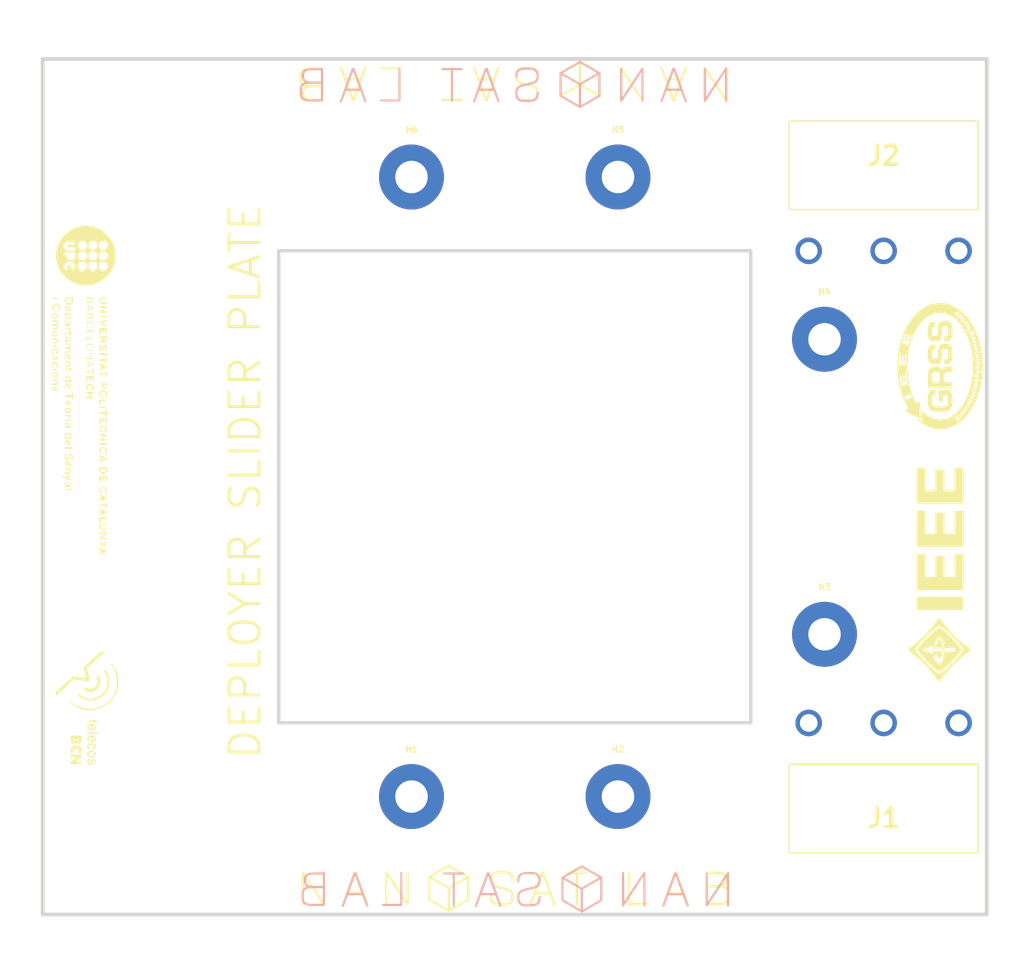
<source format=kicad_pcb>
(kicad_pcb (version 20221018) (generator pcbnew)
  (layers (0 "F.Cu" signal) (31 "B.Cu" signal) (34 "B.Paste" user) (35 "F.Paste" user) (36 "B.SilkS" user "B.Silkscreen") (37 "F.SilkS" user "F.Silkscreen") (38 "B.Mask" user) (39 "F.Mask" user) (44 "Edge.Cuts" user))
  (net 0 "")
  (footprint "-nsl_symbols:Telecos" (layer "F.Cu") (at 73.5088 77.594 -90)
    (fp_text reference "Annotation9" hide)
    (fp_text value "Silkscreen_Annotation")
  )
  (footprint "MountingHole:MountingHole_2.2mm_M2_Pad" (layer "F.Cu") (at 109.55 41.274)
    (fp_text reference "H5" (at 0 -3.2 unlocked) (layer "F.SilkS") (effects (font (size 0.4 0.4))))
    (fp_text value "MountingHole_Pad")
    (pad "1" thru_hole circle (at 0 0) (size 4.4 4.4) (drill 2.2) (layers "*.Cu" "*.Mask"))
  )
  (footprint "symbols-nsl:GRSS" (layer "F.Cu") (at 131.4704 54.102 90)
    (fp_text reference "Annotation5" hide)
    (fp_text value "Silkscreen_Annotation")
  )
  (footprint "MountingHole:MountingHole_2.2mm_M2_Pad" (layer "F.Cu") (at 109.55 83.274)
    (fp_text reference "H2" (at 0 -3.2 unlocked) (layer "F.SilkS") (effects (font (size 0.4 0.4))))
    (fp_text value "MountingHole_Pad")
    (pad "1" thru_hole circle (at 0 0) (size 4.4 4.4) (drill 2.2) (layers "*.Cu" "*.Mask"))
  )
  (footprint "-nsl_miscellaneous:D2FLA1" (layer "F.Cu") (at 132.6388 46.2788 180)
    (fp_text reference "J2" (at 5.08 6.45) (layer "F.SilkS") (effects (font (size 1.27 1.27) (thickness 0.254))))
    (fp_text value "D2FLA1" hide)
    (pad "1" thru_hole circle (at 0 0 180) (size 1.8 1.8) (drill 1.2) (layers "*.Cu" "*.Mask"))
    (pad "2" thru_hole circle (at 5.08 0 180) (size 1.8 1.8) (drill 1.2) (layers "*.Cu" "*.Mask"))
    (pad "3" thru_hole circle (at 10.16 0 180) (size 1.8 1.8) (drill 1.2) (layers "*.Cu" "*.Mask"))
  )
  (footprint "MountingHole:MountingHole_2.2mm_M2_Pad" (layer "F.Cu") (at 95.55 41.274)
    (fp_text reference "H6" (at 0 -3.2 unlocked) (layer "F.SilkS") (effects (font (size 0.4 0.4))))
    (fp_text value "MountingHole_Pad")
    (pad "1" thru_hole circle (at 0 0) (size 4.4 4.4) (drill 2.2) (layers "*.Cu" "*.Mask"))
  )
  (footprint "-nsl_miscellaneous:D2FLA" (layer "F.Cu") (at 132.6388 78.2828 180)
    (fp_text reference "J1" (at 5.08 -6.45 180) (layer "F.SilkS") (effects (font (size 1.27 1.27) (thickness 0.254))))
    (fp_text value "D2FLA" hide)
    (pad "1" thru_hole circle (at 0 0 180) (size 1.8 1.8) (drill 1.2) (layers "*.Cu" "*.Mask"))
    (pad "2" thru_hole circle (at 5.08 0 180) (size 1.8 1.8) (drill 1.2) (layers "*.Cu" "*.Mask"))
    (pad "3" thru_hole circle (at 10.16 0 180) (size 1.8 1.8) (drill 1.2) (layers "*.Cu" "*.Mask"))
  )
  (footprint "-nsl_symbols:UPC_positiu" (layer "F.Cu") (at 73.0516 55.4452 -90)
    (fp_text reference "Annotation8" hide)
    (fp_text value "Silkscreen_Annotation")
  )
  (footprint "MountingHole:MountingHole_2.2mm_M2_Pad" (layer "F.Cu") (at 123.55 52.274)
    (fp_text reference "H4" (at 0 -3.2 unlocked) (layer "F.SilkS") (effects (font (size 0.4 0.4))))
    (fp_text value "MountingHole_Pad")
    (pad "1" thru_hole circle (at 0 0) (size 4.4 4.4) (drill 2.2) (layers "*.Cu" "*.Mask"))
  )
  (footprint "-nsl_symbols:NSL_long" (layer "F.Cu") (at 101.817298 34.924471 180)
    (fp_text reference "Annotation3" hide)
    (fp_text value "Silkscreen_Annotation")
  )
  (footprint "MountingHole:MountingHole_2.2mm_M2_Pad" (layer "F.Cu") (at 95.55 83.274)
    (fp_text reference "H1" (at 0 -3.2 unlocked) (layer "F.SilkS") (effects (font (size 0.4 0.4))))
    (fp_text value "MountingHole_Pad")
    (pad "1" thru_hole circle (at 0 0) (size 4.4 4.4) (drill 2.2) (layers "*.Cu" "*.Mask"))
  )
  (footprint "MountingHole:MountingHole_2.2mm_M2_Pad" (layer "F.Cu") (at 123.55 72.274)
    (fp_text reference "H3" (at 0 -3.2 unlocked) (layer "F.SilkS") (effects (font (size 0.4 0.4))))
    (fp_text value "MountingHole_Pad")
    (pad "1" thru_hole circle (at 0 0) (size 4.4 4.4) (drill 2.2) (layers "*.Cu" "*.Mask"))
  )
  (footprint "-nsl_symbols:IEEE_logo" (layer "F.Cu") (at 131.3688 66.7004 90)
    (fp_text reference "Annotation6" hide)
    (fp_text value "Silkscreen_Annotation")
  )
  (footprint "-nsl_symbols:NSL_long" (layer "F.Cu") (at 103.236902 89.56093)
    (fp_text reference "Annotation4" hide)
    (fp_text value "Silkscreen_Annotation")
  )
  (footprint "-nsl_symbols:NSL_long" (layer "B.Cu") (at 101.817298 35.07793 180)
    (fp_text reference "Annotation2" hide)
    (fp_text value "Silkscreen_Annotation")
  )
  (footprint "-nsl_symbols:NSL_long" (layer "B.Cu") (at 101.944298 89.6112 180)
    (fp_text reference "Annotation1" hide)
    (fp_text value "Silkscreen_Annotation")
  )
  (gr_line (start 86.55 78.274) (end 86.55 46.274) (stroke (width 0.22)) (layer "Edge.Cuts"))
  (gr_line (start 134.55 33.274) (end 134.55 91.274) (stroke (width 0.254)) (layer "Edge.Cuts"))
  (gr_line (start 134.55 91.274) (end 70.55 91.274) (stroke (width 0.254)) (layer "Edge.Cuts"))
  (gr_line (start 70.55 33.274) (end 134.55 33.274) (stroke (width 0.254)) (layer "Edge.Cuts"))
  (gr_line (start 118.55 46.274) (end 118.55 78.274) (stroke (width 0.22)) (layer "Edge.Cuts"))
  (gr_line (start 86.55 46.274) (end 118.55 46.274) (stroke (width 0.22)) (layer "Edge.Cuts"))
  (gr_line (start 118.55 78.274) (end 86.55 78.274) (stroke (width 0.22)) (layer "Edge.Cuts"))
  (gr_line (start 70.55 91.274) (end 70.55 33.274) (stroke (width 0.254)) (layer "Edge.Cuts"))
  (gr_text "DEPLOYER SLIDER PLATE\n" (at 84.2772 80.8736 90) (layer "F.SilkS") (effects (font (size 2.032 2.032) (thickness 0.203)) (justify left)))
)
</source>
